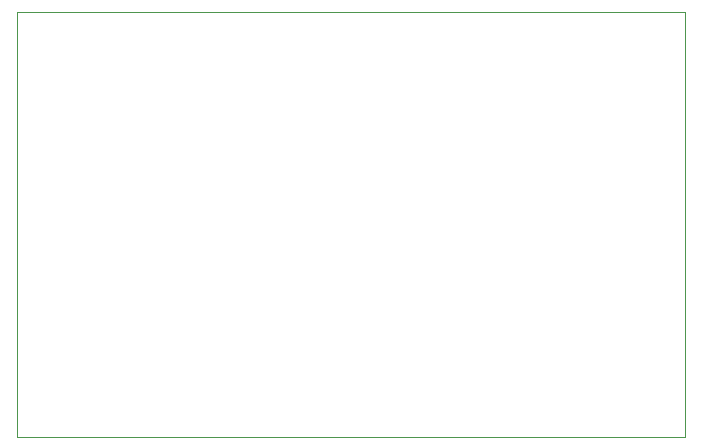
<source format=gko>
G04*
G04 #@! TF.GenerationSoftware,Altium Limited,Altium Designer,21.3.2 (30)*
G04*
G04 Layer_Color=16711935*
%FSLAX25Y25*%
%MOIN*%
G70*
G04*
G04 #@! TF.SameCoordinates,64965459-EBE9-4D70-8907-B4BF54ABD007*
G04*
G04*
G04 #@! TF.FilePolarity,Positive*
G04*
G01*
G75*
%ADD36C,0.00394*%
D36*
X275590Y413386D02*
X498032D01*
X498032Y271654D01*
X275590D02*
X498032D01*
X275590D02*
Y413386D01*
M02*

</source>
